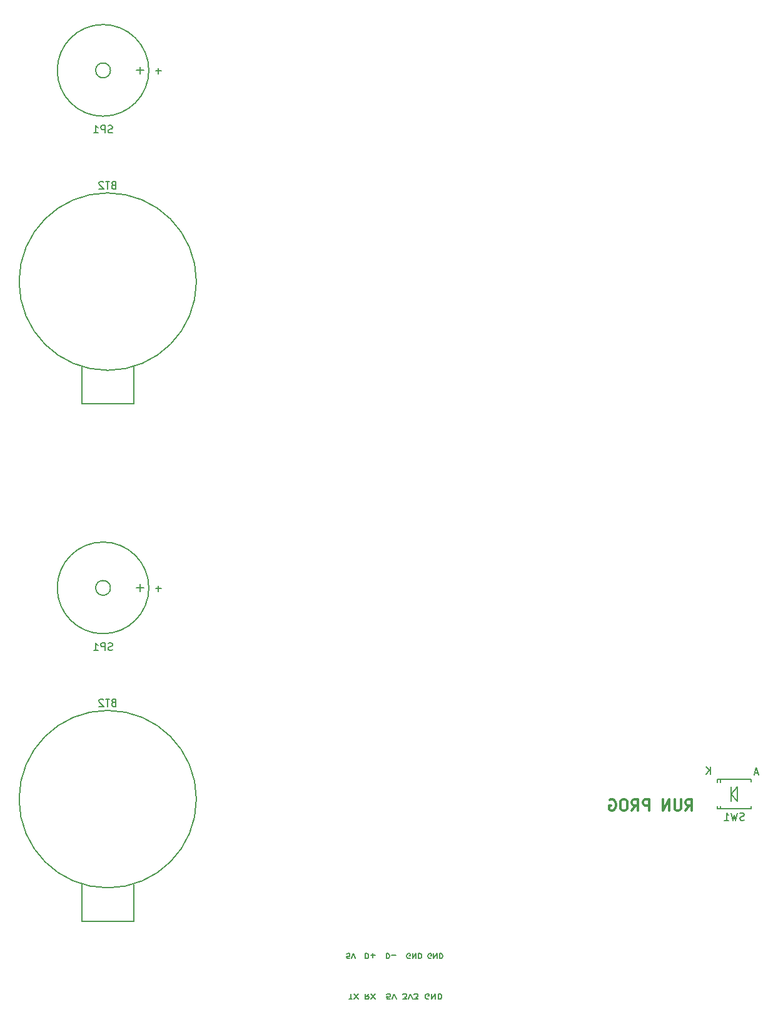
<source format=gbr>
G04 #@! TF.FileFunction,Legend,Bot*
%FSLAX46Y46*%
G04 Gerber Fmt 4.6, Leading zero omitted, Abs format (unit mm)*
G04 Created by KiCad (PCBNEW 4.0.2+dfsg1-stable) date 2017年07月20日 15時33分43秒*
%MOMM*%
G01*
G04 APERTURE LIST*
%ADD10C,0.100000*%
%ADD11C,0.175000*%
%ADD12C,0.300000*%
%ADD13C,0.150000*%
G04 APERTURE END LIST*
D10*
D11*
X105255456Y-162256133D02*
X104898313Y-162256133D01*
X104862599Y-161922800D01*
X104898313Y-161956133D01*
X104969742Y-161989467D01*
X105148313Y-161989467D01*
X105219742Y-161956133D01*
X105255456Y-161922800D01*
X105291171Y-161856133D01*
X105291171Y-161689467D01*
X105255456Y-161622800D01*
X105219742Y-161589467D01*
X105148313Y-161556133D01*
X104969742Y-161556133D01*
X104898313Y-161589467D01*
X104862599Y-161622800D01*
X105505457Y-162256133D02*
X105755457Y-161556133D01*
X106005457Y-162256133D01*
X107398314Y-161556133D02*
X107398314Y-162256133D01*
X107576886Y-162256133D01*
X107684029Y-162222800D01*
X107755457Y-162156133D01*
X107791172Y-162089467D01*
X107826886Y-161956133D01*
X107826886Y-161856133D01*
X107791172Y-161722800D01*
X107755457Y-161656133D01*
X107684029Y-161589467D01*
X107576886Y-161556133D01*
X107398314Y-161556133D01*
X108148314Y-161822800D02*
X108719743Y-161822800D01*
X108434029Y-161556133D02*
X108434029Y-162089467D01*
X110219743Y-161556133D02*
X110219743Y-162256133D01*
X110398315Y-162256133D01*
X110505458Y-162222800D01*
X110576886Y-162156133D01*
X110612601Y-162089467D01*
X110648315Y-161956133D01*
X110648315Y-161856133D01*
X110612601Y-161722800D01*
X110576886Y-161656133D01*
X110505458Y-161589467D01*
X110398315Y-161556133D01*
X110219743Y-161556133D01*
X110969743Y-161822800D02*
X111541172Y-161822800D01*
X113434030Y-162222800D02*
X113362601Y-162256133D01*
X113255458Y-162256133D01*
X113148315Y-162222800D01*
X113076887Y-162156133D01*
X113041172Y-162089467D01*
X113005458Y-161956133D01*
X113005458Y-161856133D01*
X113041172Y-161722800D01*
X113076887Y-161656133D01*
X113148315Y-161589467D01*
X113255458Y-161556133D01*
X113326887Y-161556133D01*
X113434030Y-161589467D01*
X113469744Y-161622800D01*
X113469744Y-161856133D01*
X113326887Y-161856133D01*
X113791172Y-161556133D02*
X113791172Y-162256133D01*
X114219744Y-161556133D01*
X114219744Y-162256133D01*
X114576886Y-161556133D02*
X114576886Y-162256133D01*
X114755458Y-162256133D01*
X114862601Y-162222800D01*
X114934029Y-162156133D01*
X114969744Y-162089467D01*
X115005458Y-161956133D01*
X115005458Y-161856133D01*
X114969744Y-161722800D01*
X114934029Y-161656133D01*
X114862601Y-161589467D01*
X114755458Y-161556133D01*
X114576886Y-161556133D01*
X116291173Y-162222800D02*
X116219744Y-162256133D01*
X116112601Y-162256133D01*
X116005458Y-162222800D01*
X115934030Y-162156133D01*
X115898315Y-162089467D01*
X115862601Y-161956133D01*
X115862601Y-161856133D01*
X115898315Y-161722800D01*
X115934030Y-161656133D01*
X116005458Y-161589467D01*
X116112601Y-161556133D01*
X116184030Y-161556133D01*
X116291173Y-161589467D01*
X116326887Y-161622800D01*
X116326887Y-161856133D01*
X116184030Y-161856133D01*
X116648315Y-161556133D02*
X116648315Y-162256133D01*
X117076887Y-161556133D01*
X117076887Y-162256133D01*
X117434029Y-161556133D02*
X117434029Y-162256133D01*
X117612601Y-162256133D01*
X117719744Y-162222800D01*
X117791172Y-162156133D01*
X117826887Y-162089467D01*
X117862601Y-161956133D01*
X117862601Y-161856133D01*
X117826887Y-161722800D01*
X117791172Y-161656133D01*
X117719744Y-161589467D01*
X117612601Y-161556133D01*
X117434029Y-161556133D01*
X105155076Y-167717133D02*
X105640791Y-167717133D01*
X105397934Y-167017133D02*
X105397934Y-167717133D01*
X105843172Y-167717133D02*
X106409838Y-167017133D01*
X106409838Y-167717133D02*
X105843172Y-167017133D01*
X107866981Y-167017133D02*
X107583648Y-167350467D01*
X107381267Y-167017133D02*
X107381267Y-167717133D01*
X107705076Y-167717133D01*
X107786029Y-167683800D01*
X107826505Y-167650467D01*
X107866981Y-167583800D01*
X107866981Y-167483800D01*
X107826505Y-167417133D01*
X107786029Y-167383800D01*
X107705076Y-167350467D01*
X107381267Y-167350467D01*
X108150315Y-167717133D02*
X108716981Y-167017133D01*
X108716981Y-167717133D02*
X108150315Y-167017133D01*
X110740791Y-167717133D02*
X110336029Y-167717133D01*
X110295553Y-167383800D01*
X110336029Y-167417133D01*
X110416981Y-167450467D01*
X110619362Y-167450467D01*
X110700315Y-167417133D01*
X110740791Y-167383800D01*
X110781267Y-167317133D01*
X110781267Y-167150467D01*
X110740791Y-167083800D01*
X110700315Y-167050467D01*
X110619362Y-167017133D01*
X110416981Y-167017133D01*
X110336029Y-167050467D01*
X110295553Y-167083800D01*
X111024124Y-167717133D02*
X111307458Y-167017133D01*
X111590791Y-167717133D01*
X112440791Y-167717133D02*
X112966981Y-167717133D01*
X112683648Y-167450467D01*
X112805076Y-167450467D01*
X112886029Y-167417133D01*
X112926505Y-167383800D01*
X112966981Y-167317133D01*
X112966981Y-167150467D01*
X112926505Y-167083800D01*
X112886029Y-167050467D01*
X112805076Y-167017133D01*
X112562219Y-167017133D01*
X112481267Y-167050467D01*
X112440791Y-167083800D01*
X113209838Y-167717133D02*
X113493172Y-167017133D01*
X113776505Y-167717133D01*
X113978886Y-167717133D02*
X114505076Y-167717133D01*
X114221743Y-167450467D01*
X114343171Y-167450467D01*
X114424124Y-167417133D01*
X114464600Y-167383800D01*
X114505076Y-167317133D01*
X114505076Y-167150467D01*
X114464600Y-167083800D01*
X114424124Y-167050467D01*
X114343171Y-167017133D01*
X114100314Y-167017133D01*
X114019362Y-167050467D01*
X113978886Y-167083800D01*
X115962219Y-167683800D02*
X115881267Y-167717133D01*
X115759838Y-167717133D01*
X115638410Y-167683800D01*
X115557457Y-167617133D01*
X115516981Y-167550467D01*
X115476505Y-167417133D01*
X115476505Y-167317133D01*
X115516981Y-167183800D01*
X115557457Y-167117133D01*
X115638410Y-167050467D01*
X115759838Y-167017133D01*
X115840790Y-167017133D01*
X115962219Y-167050467D01*
X116002695Y-167083800D01*
X116002695Y-167317133D01*
X115840790Y-167317133D01*
X116366981Y-167017133D02*
X116366981Y-167717133D01*
X116852695Y-167017133D01*
X116852695Y-167717133D01*
X117257457Y-167017133D02*
X117257457Y-167717133D01*
X117459838Y-167717133D01*
X117581266Y-167683800D01*
X117662219Y-167617133D01*
X117702695Y-167550467D01*
X117743171Y-167417133D01*
X117743171Y-167317133D01*
X117702695Y-167183800D01*
X117662219Y-167117133D01*
X117581266Y-167050467D01*
X117459838Y-167017133D01*
X117257457Y-167017133D01*
D12*
X150747886Y-142231371D02*
X151247886Y-141517086D01*
X151605029Y-142231371D02*
X151605029Y-140731371D01*
X151033601Y-140731371D01*
X150890743Y-140802800D01*
X150819315Y-140874229D01*
X150747886Y-141017086D01*
X150747886Y-141231371D01*
X150819315Y-141374229D01*
X150890743Y-141445657D01*
X151033601Y-141517086D01*
X151605029Y-141517086D01*
X150105029Y-140731371D02*
X150105029Y-141945657D01*
X150033601Y-142088514D01*
X149962172Y-142159943D01*
X149819315Y-142231371D01*
X149533601Y-142231371D01*
X149390743Y-142159943D01*
X149319315Y-142088514D01*
X149247886Y-141945657D01*
X149247886Y-140731371D01*
X148533600Y-142231371D02*
X148533600Y-140731371D01*
X147676457Y-142231371D01*
X147676457Y-140731371D01*
X145819314Y-142231371D02*
X145819314Y-140731371D01*
X145247886Y-140731371D01*
X145105028Y-140802800D01*
X145033600Y-140874229D01*
X144962171Y-141017086D01*
X144962171Y-141231371D01*
X145033600Y-141374229D01*
X145105028Y-141445657D01*
X145247886Y-141517086D01*
X145819314Y-141517086D01*
X143462171Y-142231371D02*
X143962171Y-141517086D01*
X144319314Y-142231371D02*
X144319314Y-140731371D01*
X143747886Y-140731371D01*
X143605028Y-140802800D01*
X143533600Y-140874229D01*
X143462171Y-141017086D01*
X143462171Y-141231371D01*
X143533600Y-141374229D01*
X143605028Y-141445657D01*
X143747886Y-141517086D01*
X144319314Y-141517086D01*
X142533600Y-140731371D02*
X142247886Y-140731371D01*
X142105028Y-140802800D01*
X141962171Y-140945657D01*
X141890743Y-141231371D01*
X141890743Y-141731371D01*
X141962171Y-142017086D01*
X142105028Y-142159943D01*
X142247886Y-142231371D01*
X142533600Y-142231371D01*
X142676457Y-142159943D01*
X142819314Y-142017086D01*
X142890743Y-141731371D01*
X142890743Y-141231371D01*
X142819314Y-140945657D01*
X142676457Y-140802800D01*
X142533600Y-140731371D01*
X140462171Y-140802800D02*
X140605028Y-140731371D01*
X140819314Y-140731371D01*
X141033599Y-140802800D01*
X141176457Y-140945657D01*
X141247885Y-141088514D01*
X141319314Y-141374229D01*
X141319314Y-141588514D01*
X141247885Y-141874229D01*
X141176457Y-142017086D01*
X141033599Y-142159943D01*
X140819314Y-142231371D01*
X140676457Y-142231371D01*
X140462171Y-142159943D01*
X140390742Y-142088514D01*
X140390742Y-141588514D01*
X140676457Y-141588514D01*
D13*
X76881860Y-42610180D02*
X76881860Y-41609420D01*
X76381480Y-42109800D02*
X77379700Y-42109800D01*
X72881360Y-42109800D02*
G75*
G03X72881360Y-42109800I-1000760J0D01*
G01*
X78080740Y-42109800D02*
G75*
G03X78080740Y-42109800I-6200140J0D01*
G01*
X72515600Y-87184800D02*
X76015600Y-87184800D01*
X76015600Y-87184800D02*
X76015600Y-82184800D01*
X72515600Y-87184800D02*
X69015600Y-87184800D01*
X69015600Y-87184800D02*
X69015600Y-82184800D01*
X84515600Y-70684800D02*
G75*
G03X84515600Y-70684800I-12000000J0D01*
G01*
X156886020Y-139994800D02*
X157734380Y-140995560D01*
X157734380Y-140995560D02*
X157734380Y-138994040D01*
X157734380Y-138994040D02*
X156886020Y-139994800D01*
X156886020Y-139994800D02*
X156886020Y-138994040D01*
X156886020Y-139994800D02*
X156886020Y-140995560D01*
X155029280Y-138194800D02*
X155029280Y-138394600D01*
X155486320Y-138194800D02*
X155486320Y-138393800D01*
X159636840Y-138194800D02*
X159636840Y-138343800D01*
X155034360Y-141794800D02*
X155034360Y-141645800D01*
X155486320Y-141794800D02*
X155486320Y-141645800D01*
X159636840Y-141794800D02*
X159636840Y-141645800D01*
X155486320Y-138045820D02*
X155486320Y-138243940D01*
X155486320Y-141993780D02*
X155486320Y-141795660D01*
X159631760Y-137998360D02*
X159631760Y-138196480D01*
X155029280Y-137998360D02*
X159631760Y-137998360D01*
X155029280Y-137998360D02*
X155029280Y-138196480D01*
X155034360Y-141993780D02*
X155034360Y-141795660D01*
X155034360Y-141993780D02*
X159636840Y-141993780D01*
X159636840Y-141993780D02*
X159636840Y-141795660D01*
X72515600Y-157184800D02*
X76015600Y-157184800D01*
X76015600Y-157184800D02*
X76015600Y-152184800D01*
X72515600Y-157184800D02*
X69015600Y-157184800D01*
X69015600Y-157184800D02*
X69015600Y-152184800D01*
X84515600Y-140684800D02*
G75*
G03X84515600Y-140684800I-12000000J0D01*
G01*
X76881860Y-112610180D02*
X76881860Y-111609420D01*
X76381480Y-112109800D02*
X77379700Y-112109800D01*
X72881360Y-112109800D02*
G75*
G03X72881360Y-112109800I-1000760J0D01*
G01*
X78080740Y-112109800D02*
G75*
G03X78080740Y-112109800I-6200140J0D01*
G01*
X73142505Y-50515562D02*
X72999648Y-50563181D01*
X72761552Y-50563181D01*
X72666314Y-50515562D01*
X72618695Y-50467943D01*
X72571076Y-50372705D01*
X72571076Y-50277467D01*
X72618695Y-50182229D01*
X72666314Y-50134610D01*
X72761552Y-50086990D01*
X72952029Y-50039371D01*
X73047267Y-49991752D01*
X73094886Y-49944133D01*
X73142505Y-49848895D01*
X73142505Y-49753657D01*
X73094886Y-49658419D01*
X73047267Y-49610800D01*
X72952029Y-49563181D01*
X72713933Y-49563181D01*
X72571076Y-49610800D01*
X72142505Y-50563181D02*
X72142505Y-49563181D01*
X71761552Y-49563181D01*
X71666314Y-49610800D01*
X71618695Y-49658419D01*
X71571076Y-49753657D01*
X71571076Y-49896514D01*
X71618695Y-49991752D01*
X71666314Y-50039371D01*
X71761552Y-50086990D01*
X72142505Y-50086990D01*
X70618695Y-50563181D02*
X71190124Y-50563181D01*
X70904410Y-50563181D02*
X70904410Y-49563181D01*
X70999648Y-49706038D01*
X71094886Y-49801276D01*
X71190124Y-49848895D01*
X79762172Y-42181229D02*
X79000267Y-42181229D01*
X79381219Y-42562181D02*
X79381219Y-41800276D01*
X73301314Y-57613371D02*
X73158457Y-57660990D01*
X73110838Y-57708610D01*
X73063219Y-57803848D01*
X73063219Y-57946705D01*
X73110838Y-58041943D01*
X73158457Y-58089562D01*
X73253695Y-58137181D01*
X73634648Y-58137181D01*
X73634648Y-57137181D01*
X73301314Y-57137181D01*
X73206076Y-57184800D01*
X73158457Y-57232419D01*
X73110838Y-57327657D01*
X73110838Y-57422895D01*
X73158457Y-57518133D01*
X73206076Y-57565752D01*
X73301314Y-57613371D01*
X73634648Y-57613371D01*
X72777505Y-57137181D02*
X72206076Y-57137181D01*
X72491791Y-58137181D02*
X72491791Y-57137181D01*
X71920362Y-57232419D02*
X71872743Y-57184800D01*
X71777505Y-57137181D01*
X71539409Y-57137181D01*
X71444171Y-57184800D01*
X71396552Y-57232419D01*
X71348933Y-57327657D01*
X71348933Y-57422895D01*
X71396552Y-57565752D01*
X71967981Y-58137181D01*
X71348933Y-58137181D01*
X158668933Y-143499562D02*
X158526076Y-143547181D01*
X158287980Y-143547181D01*
X158192742Y-143499562D01*
X158145123Y-143451943D01*
X158097504Y-143356705D01*
X158097504Y-143261467D01*
X158145123Y-143166229D01*
X158192742Y-143118610D01*
X158287980Y-143070990D01*
X158478457Y-143023371D01*
X158573695Y-142975752D01*
X158621314Y-142928133D01*
X158668933Y-142832895D01*
X158668933Y-142737657D01*
X158621314Y-142642419D01*
X158573695Y-142594800D01*
X158478457Y-142547181D01*
X158240361Y-142547181D01*
X158097504Y-142594800D01*
X157764171Y-142547181D02*
X157526076Y-143547181D01*
X157335599Y-142832895D01*
X157145123Y-143547181D01*
X156907028Y-142547181D01*
X156002266Y-143547181D02*
X156573695Y-143547181D01*
X156287981Y-143547181D02*
X156287981Y-142547181D01*
X156383219Y-142690038D01*
X156478457Y-142785276D01*
X156573695Y-142832895D01*
X154097505Y-137347181D02*
X154097505Y-136347181D01*
X153526076Y-137347181D02*
X153954648Y-136775752D01*
X153526076Y-136347181D02*
X154097505Y-136918610D01*
X160573695Y-137111467D02*
X160097504Y-137111467D01*
X160668933Y-137397181D02*
X160335600Y-136397181D01*
X160002266Y-137397181D01*
X73301314Y-127613371D02*
X73158457Y-127660990D01*
X73110838Y-127708610D01*
X73063219Y-127803848D01*
X73063219Y-127946705D01*
X73110838Y-128041943D01*
X73158457Y-128089562D01*
X73253695Y-128137181D01*
X73634648Y-128137181D01*
X73634648Y-127137181D01*
X73301314Y-127137181D01*
X73206076Y-127184800D01*
X73158457Y-127232419D01*
X73110838Y-127327657D01*
X73110838Y-127422895D01*
X73158457Y-127518133D01*
X73206076Y-127565752D01*
X73301314Y-127613371D01*
X73634648Y-127613371D01*
X72777505Y-127137181D02*
X72206076Y-127137181D01*
X72491791Y-128137181D02*
X72491791Y-127137181D01*
X71920362Y-127232419D02*
X71872743Y-127184800D01*
X71777505Y-127137181D01*
X71539409Y-127137181D01*
X71444171Y-127184800D01*
X71396552Y-127232419D01*
X71348933Y-127327657D01*
X71348933Y-127422895D01*
X71396552Y-127565752D01*
X71967981Y-128137181D01*
X71348933Y-128137181D01*
X73142505Y-120515562D02*
X72999648Y-120563181D01*
X72761552Y-120563181D01*
X72666314Y-120515562D01*
X72618695Y-120467943D01*
X72571076Y-120372705D01*
X72571076Y-120277467D01*
X72618695Y-120182229D01*
X72666314Y-120134610D01*
X72761552Y-120086990D01*
X72952029Y-120039371D01*
X73047267Y-119991752D01*
X73094886Y-119944133D01*
X73142505Y-119848895D01*
X73142505Y-119753657D01*
X73094886Y-119658419D01*
X73047267Y-119610800D01*
X72952029Y-119563181D01*
X72713933Y-119563181D01*
X72571076Y-119610800D01*
X72142505Y-120563181D02*
X72142505Y-119563181D01*
X71761552Y-119563181D01*
X71666314Y-119610800D01*
X71618695Y-119658419D01*
X71571076Y-119753657D01*
X71571076Y-119896514D01*
X71618695Y-119991752D01*
X71666314Y-120039371D01*
X71761552Y-120086990D01*
X72142505Y-120086990D01*
X70618695Y-120563181D02*
X71190124Y-120563181D01*
X70904410Y-120563181D02*
X70904410Y-119563181D01*
X70999648Y-119706038D01*
X71094886Y-119801276D01*
X71190124Y-119848895D01*
X79762172Y-112181229D02*
X79000267Y-112181229D01*
X79381219Y-112562181D02*
X79381219Y-111800276D01*
M02*

</source>
